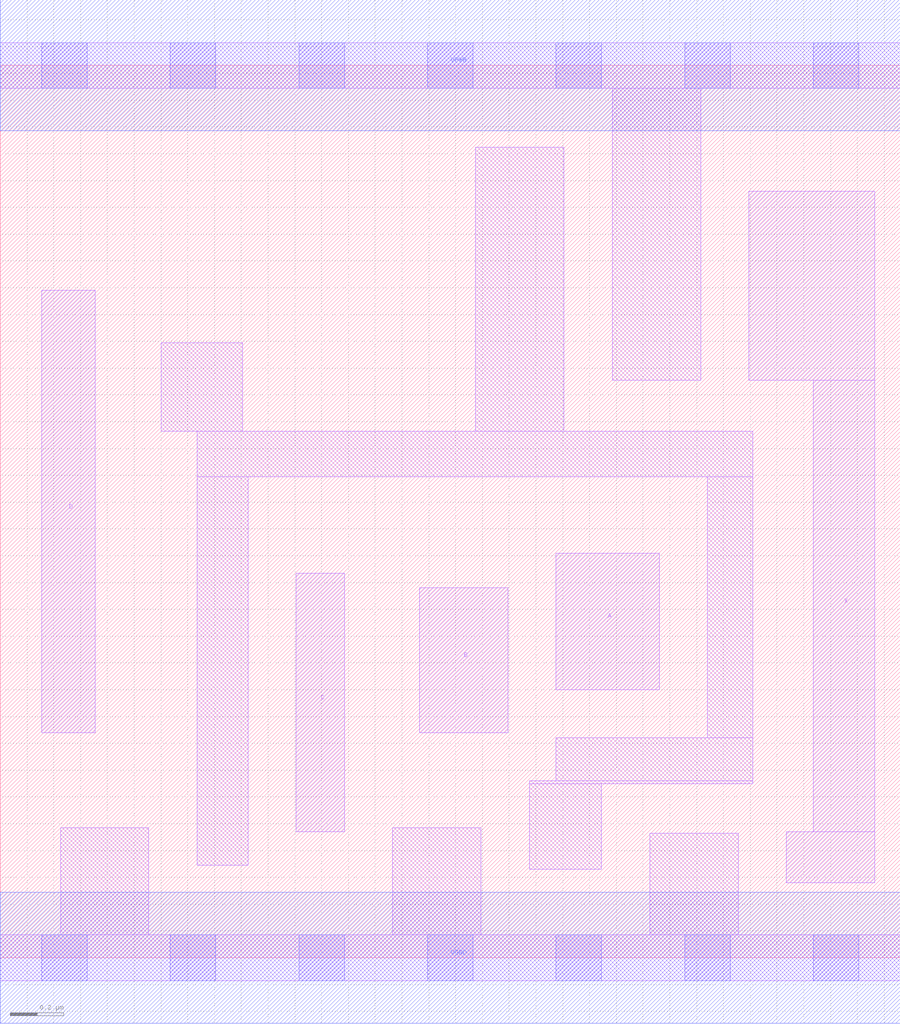
<source format=lef>
# Copyright 2020 The SkyWater PDK Authors
#
# Licensed under the Apache License, Version 2.0 (the "License");
# you may not use this file except in compliance with the License.
# You may obtain a copy of the License at
#
#     https://www.apache.org/licenses/LICENSE-2.0
#
# Unless required by applicable law or agreed to in writing, software
# distributed under the License is distributed on an "AS IS" BASIS,
# WITHOUT WARRANTIES OR CONDITIONS OF ANY KIND, either express or implied.
# See the License for the specific language governing permissions and
# limitations under the License.
#
# SPDX-License-Identifier: Apache-2.0

VERSION 5.7 ;
  NOWIREEXTENSIONATPIN ON ;
  DIVIDERCHAR "/" ;
  BUSBITCHARS "[]" ;
UNITS
  DATABASE MICRONS 200 ;
END UNITS
MACRO sky130_fd_sc_lp__or4_m
  CLASS CORE ;
  FOREIGN sky130_fd_sc_lp__or4_m ;
  ORIGIN  0.000000  0.000000 ;
  SIZE  3.360000 BY  3.330000 ;
  SYMMETRY X Y R90 ;
  SITE unit ;
  PIN A
    ANTENNAGATEAREA  0.126000 ;
    DIRECTION INPUT ;
    USE SIGNAL ;
    PORT
      LAYER li1 ;
        RECT 2.075000 1.000000 2.460000 1.510000 ;
    END
  END A
  PIN B
    ANTENNAGATEAREA  0.126000 ;
    DIRECTION INPUT ;
    USE SIGNAL ;
    PORT
      LAYER li1 ;
        RECT 1.565000 0.840000 1.895000 1.380000 ;
    END
  END B
  PIN C
    ANTENNAGATEAREA  0.126000 ;
    DIRECTION INPUT ;
    USE SIGNAL ;
    PORT
      LAYER li1 ;
        RECT 1.105000 0.470000 1.285000 1.435000 ;
    END
  END C
  PIN D
    ANTENNAGATEAREA  0.126000 ;
    DIRECTION INPUT ;
    USE SIGNAL ;
    PORT
      LAYER li1 ;
        RECT 0.155000 0.840000 0.355000 2.490000 ;
    END
  END D
  PIN X
    ANTENNADIFFAREA  0.222600 ;
    DIRECTION OUTPUT ;
    USE SIGNAL ;
    PORT
      LAYER li1 ;
        RECT 2.795000 2.155000 3.265000 2.860000 ;
        RECT 2.935000 0.280000 3.265000 0.470000 ;
        RECT 3.035000 0.470000 3.265000 2.155000 ;
    END
  END X
  PIN VGND
    DIRECTION INOUT ;
    USE GROUND ;
    PORT
      LAYER met1 ;
        RECT 0.000000 -0.245000 3.360000 0.245000 ;
    END
  END VGND
  PIN VPWR
    DIRECTION INOUT ;
    USE POWER ;
    PORT
      LAYER met1 ;
        RECT 0.000000 3.085000 3.360000 3.575000 ;
    END
  END VPWR
  OBS
    LAYER li1 ;
      RECT 0.000000 -0.085000 3.360000 0.085000 ;
      RECT 0.000000  3.245000 3.360000 3.415000 ;
      RECT 0.225000  0.085000 0.555000 0.485000 ;
      RECT 0.600000  1.965000 0.905000 2.295000 ;
      RECT 0.735000  0.345000 0.925000 1.795000 ;
      RECT 0.735000  1.795000 2.810000 1.965000 ;
      RECT 1.465000  0.085000 1.795000 0.485000 ;
      RECT 1.775000  1.965000 2.105000 3.025000 ;
      RECT 1.975000  0.330000 2.245000 0.650000 ;
      RECT 1.975000  0.650000 2.810000 0.660000 ;
      RECT 2.075000  0.660000 2.810000 0.820000 ;
      RECT 2.285000  2.155000 2.615000 3.245000 ;
      RECT 2.425000  0.085000 2.755000 0.465000 ;
      RECT 2.640000  0.820000 2.810000 1.795000 ;
    LAYER mcon ;
      RECT 0.155000 -0.085000 0.325000 0.085000 ;
      RECT 0.155000  3.245000 0.325000 3.415000 ;
      RECT 0.635000 -0.085000 0.805000 0.085000 ;
      RECT 0.635000  3.245000 0.805000 3.415000 ;
      RECT 1.115000 -0.085000 1.285000 0.085000 ;
      RECT 1.115000  3.245000 1.285000 3.415000 ;
      RECT 1.595000 -0.085000 1.765000 0.085000 ;
      RECT 1.595000  3.245000 1.765000 3.415000 ;
      RECT 2.075000 -0.085000 2.245000 0.085000 ;
      RECT 2.075000  3.245000 2.245000 3.415000 ;
      RECT 2.555000 -0.085000 2.725000 0.085000 ;
      RECT 2.555000  3.245000 2.725000 3.415000 ;
      RECT 3.035000 -0.085000 3.205000 0.085000 ;
      RECT 3.035000  3.245000 3.205000 3.415000 ;
  END
END sky130_fd_sc_lp__or4_m
END LIBRARY

</source>
